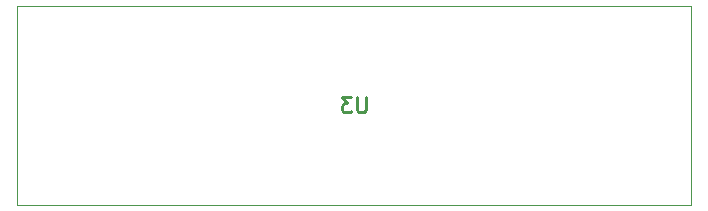
<source format=gbr>
G04 #@! TF.GenerationSoftware,KiCad,Pcbnew,(5.1.7)-1*
G04 #@! TF.CreationDate,2020-11-22T23:18:21+01:00*
G04 #@! TF.ProjectId,lora,6c6f7261-2e6b-4696-9361-645f70636258,rev?*
G04 #@! TF.SameCoordinates,Original*
G04 #@! TF.FileFunction,Legend,Bot*
G04 #@! TF.FilePolarity,Positive*
%FSLAX46Y46*%
G04 Gerber Fmt 4.6, Leading zero omitted, Abs format (unit mm)*
G04 Created by KiCad (PCBNEW (5.1.7)-1) date 2020-11-22 23:18:21*
%MOMM*%
%LPD*%
G01*
G04 APERTURE LIST*
%ADD10C,0.100000*%
%ADD11C,0.254000*%
G04 APERTURE END LIST*
D10*
X171500000Y-103555000D02*
X171500000Y-120445000D01*
X228500000Y-103555000D02*
X171500000Y-103555000D01*
X228500000Y-120445000D02*
X228500000Y-103555000D01*
X171500000Y-120445000D02*
X228500000Y-120445000D01*
D11*
X200967619Y-111304523D02*
X200967619Y-112332619D01*
X200907142Y-112453571D01*
X200846666Y-112514047D01*
X200725714Y-112574523D01*
X200483809Y-112574523D01*
X200362857Y-112514047D01*
X200302380Y-112453571D01*
X200241904Y-112332619D01*
X200241904Y-111304523D01*
X199758095Y-111304523D02*
X198971904Y-111304523D01*
X199395238Y-111788333D01*
X199213809Y-111788333D01*
X199092857Y-111848809D01*
X199032380Y-111909285D01*
X198971904Y-112030238D01*
X198971904Y-112332619D01*
X199032380Y-112453571D01*
X199092857Y-112514047D01*
X199213809Y-112574523D01*
X199576666Y-112574523D01*
X199697619Y-112514047D01*
X199758095Y-112453571D01*
M02*

</source>
